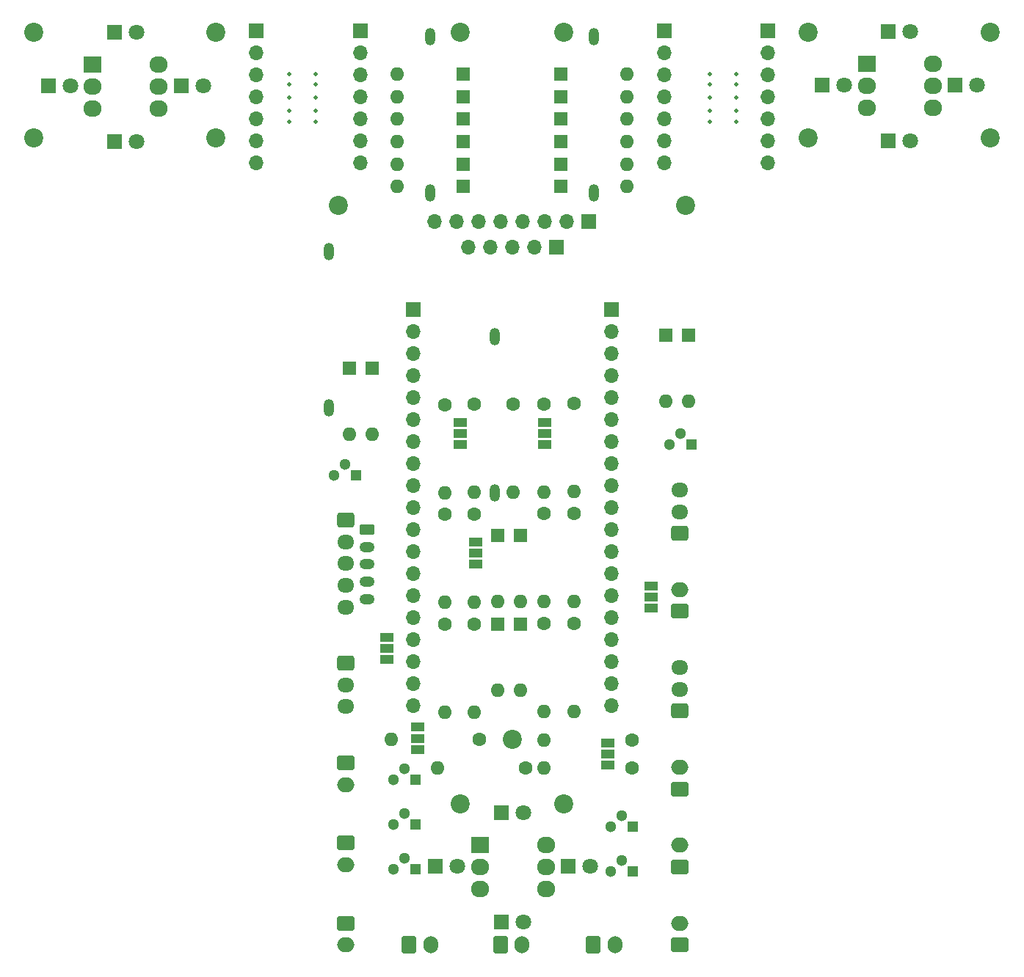
<source format=gts>
%TF.GenerationSoftware,KiCad,Pcbnew,7.0.7*%
%TF.CreationDate,2023-09-25T22:52:37-04:00*%
%TF.ProjectId,Matrix,4d617472-6978-42e6-9b69-6361645f7063,rev?*%
%TF.SameCoordinates,Original*%
%TF.FileFunction,Soldermask,Top*%
%TF.FilePolarity,Negative*%
%FSLAX46Y46*%
G04 Gerber Fmt 4.6, Leading zero omitted, Abs format (unit mm)*
G04 Created by KiCad (PCBNEW 7.0.7) date 2023-09-25 22:52:37*
%MOMM*%
%LPD*%
G01*
G04 APERTURE LIST*
G04 Aperture macros list*
%AMRoundRect*
0 Rectangle with rounded corners*
0 $1 Rounding radius*
0 $2 $3 $4 $5 $6 $7 $8 $9 X,Y pos of 4 corners*
0 Add a 4 corners polygon primitive as box body*
4,1,4,$2,$3,$4,$5,$6,$7,$8,$9,$2,$3,0*
0 Add four circle primitives for the rounded corners*
1,1,$1+$1,$2,$3*
1,1,$1+$1,$4,$5*
1,1,$1+$1,$6,$7*
1,1,$1+$1,$8,$9*
0 Add four rect primitives between the rounded corners*
20,1,$1+$1,$2,$3,$4,$5,0*
20,1,$1+$1,$4,$5,$6,$7,0*
20,1,$1+$1,$6,$7,$8,$9,0*
20,1,$1+$1,$8,$9,$2,$3,0*%
G04 Aperture macros list end*
%ADD10R,1.800000X1.800000*%
%ADD11C,1.800000*%
%ADD12C,2.200000*%
%ADD13R,1.500000X1.000000*%
%ADD14C,0.500000*%
%ADD15R,2.100000X1.900000*%
%ADD16O,2.100000X1.900000*%
%ADD17O,1.200000X2.000000*%
%ADD18R,1.700000X1.700000*%
%ADD19O,1.700000X1.700000*%
%ADD20R,1.600000X1.600000*%
%ADD21O,1.600000X1.600000*%
%ADD22RoundRect,0.250000X0.750000X-0.600000X0.750000X0.600000X-0.750000X0.600000X-0.750000X-0.600000X0*%
%ADD23O,2.000000X1.700000*%
%ADD24RoundRect,0.250000X-0.625000X0.350000X-0.625000X-0.350000X0.625000X-0.350000X0.625000X0.350000X0*%
%ADD25O,1.750000X1.200000*%
%ADD26C,1.600000*%
%ADD27R,1.300000X1.300000*%
%ADD28C,1.300000*%
%ADD29RoundRect,0.250000X-0.600000X-0.750000X0.600000X-0.750000X0.600000X0.750000X-0.600000X0.750000X0*%
%ADD30O,1.700000X2.000000*%
%ADD31RoundRect,0.250000X-0.725000X0.600000X-0.725000X-0.600000X0.725000X-0.600000X0.725000X0.600000X0*%
%ADD32O,1.950000X1.700000*%
%ADD33RoundRect,0.250000X0.725000X-0.600000X0.725000X0.600000X-0.725000X0.600000X-0.725000X-0.600000X0*%
%ADD34RoundRect,0.250000X-0.750000X0.600000X-0.750000X-0.600000X0.750000X-0.600000X0.750000X0.600000X0*%
G04 APERTURE END LIST*
D10*
%TO.C,D5*%
X189004505Y-45112000D03*
D11*
X191544505Y-45112000D03*
%TD*%
D12*
%TO.C,REF\u002A\u002A*%
X151659011Y-134225000D03*
%TD*%
%TO.C,REF\u002A\u002A*%
X90509253Y-57412000D03*
%TD*%
D13*
%TO.C,JP5*%
X149400000Y-92800000D03*
X149400000Y-91500000D03*
X149400000Y-90200000D03*
%TD*%
%TO.C,JP7*%
X131200000Y-117600000D03*
X131200000Y-116300000D03*
X131200000Y-115000000D03*
%TD*%
D12*
%TO.C,REF\u002A\u002A*%
X90509253Y-45212000D03*
%TD*%
D14*
%TO.C,mouse-bite-3mm-slot*%
X119980000Y-55485000D03*
X122980000Y-55485000D03*
X122980000Y-54235000D03*
X119980000Y-54223000D03*
X119980000Y-52735000D03*
X122980000Y-52735000D03*
X119980000Y-51235000D03*
X122980000Y-51235000D03*
X119980000Y-49985000D03*
X122980000Y-49985000D03*
%TD*%
D12*
%TO.C,REF\u002A\u002A*%
X125659011Y-65200000D03*
%TD*%
%TO.C,REF\u002A\u002A*%
X179808770Y-57412000D03*
%TD*%
%TO.C,REF\u002A\u002A*%
X111509253Y-45212000D03*
%TD*%
%TO.C,REF\u002A\u002A*%
X151659011Y-45225000D03*
%TD*%
D15*
%TO.C,SW1*%
X97276753Y-48924500D03*
D16*
X104896753Y-54004500D03*
X97276753Y-54004500D03*
X104896753Y-48924500D03*
X97276753Y-51464500D03*
X104896753Y-51464500D03*
%TD*%
D12*
%TO.C,REF\u002A\u002A*%
X145659011Y-126825000D03*
%TD*%
D17*
%TO.C,SW8*%
X143700000Y-80325000D03*
X143700000Y-98325000D03*
%TD*%
D10*
%TO.C,D11*%
X144384011Y-147850000D03*
D11*
X146924011Y-147850000D03*
%TD*%
D13*
%TO.C,JP1*%
X134800000Y-125400000D03*
X134800000Y-126700000D03*
X134800000Y-128000000D03*
%TD*%
D10*
%TO.C,D2*%
X107520000Y-51387000D03*
D11*
X110060000Y-51387000D03*
%TD*%
D13*
%TO.C,JP6*%
X161690000Y-111690000D03*
X161690000Y-110390000D03*
X161690000Y-109090000D03*
%TD*%
D10*
%TO.C,D6*%
X196755494Y-51312000D03*
D11*
X199295494Y-51312000D03*
%TD*%
D14*
%TO.C,mouse-bite-3mm-slot*%
X168500000Y-55475000D03*
X171500000Y-55475000D03*
X171500000Y-54225000D03*
X168500000Y-54213000D03*
X168500000Y-52725000D03*
X171500000Y-52725000D03*
X168500000Y-51225000D03*
X171500000Y-51225000D03*
X168500000Y-49975000D03*
X171500000Y-49975000D03*
%TD*%
D10*
%TO.C,D10*%
X152135000Y-141450000D03*
D11*
X154675000Y-141450000D03*
%TD*%
D13*
%TO.C,JP4*%
X139700000Y-92800000D03*
X139700000Y-91500000D03*
X139700000Y-90200000D03*
%TD*%
D15*
%TO.C,SW2*%
X186576270Y-48849500D03*
D16*
X194196270Y-53929500D03*
X186576270Y-53929500D03*
X194196270Y-48849500D03*
X186576270Y-51389500D03*
X194196270Y-51389500D03*
%TD*%
D12*
%TO.C,REF\u002A\u002A*%
X139659011Y-45225000D03*
%TD*%
D10*
%TO.C,D1*%
X99769011Y-45187000D03*
D11*
X102309011Y-45187000D03*
%TD*%
D12*
%TO.C,REF\u002A\u002A*%
X179808770Y-45212000D03*
%TD*%
D10*
%TO.C,D3*%
X99769011Y-57787000D03*
D11*
X102309011Y-57787000D03*
%TD*%
D13*
%TO.C,JP3*%
X141500000Y-106600000D03*
X141500000Y-105300000D03*
X141500000Y-104000000D03*
%TD*%
D12*
%TO.C,REF\u002A\u002A*%
X200808770Y-45212000D03*
%TD*%
%TO.C,REF\u002A\u002A*%
X139659011Y-134225000D03*
%TD*%
%TO.C,REF\u002A\u002A*%
X111509253Y-57412000D03*
%TD*%
D10*
%TO.C,D9*%
X144384011Y-135250000D03*
D11*
X146924011Y-135250000D03*
%TD*%
D13*
%TO.C,JP2*%
X156700000Y-129800000D03*
X156700000Y-128500000D03*
X156700000Y-127200000D03*
%TD*%
D15*
%TO.C,SW3*%
X141926511Y-138987500D03*
D16*
X149546511Y-144067500D03*
X141926511Y-144067500D03*
X149546511Y-138987500D03*
X141926511Y-141527500D03*
X149546511Y-141527500D03*
%TD*%
D12*
%TO.C,REF\u002A\u002A*%
X165659011Y-65200000D03*
%TD*%
D17*
%TO.C,SW6*%
X136200000Y-63700000D03*
X136200000Y-45700000D03*
%TD*%
%TO.C,SW5*%
X124500000Y-70500000D03*
X124500000Y-88500000D03*
%TD*%
%TO.C,SW7*%
X155100000Y-63700000D03*
X155100000Y-45700000D03*
%TD*%
D11*
%TO.C,D4*%
X94700000Y-51387000D03*
D10*
X92160000Y-51387000D03*
%TD*%
D11*
%TO.C,D12*%
X139315000Y-141450000D03*
D10*
X136775000Y-141450000D03*
%TD*%
D11*
%TO.C,D8*%
X183935494Y-51312000D03*
D10*
X181395494Y-51312000D03*
%TD*%
%TO.C,D7*%
X189004505Y-57712000D03*
D11*
X191544505Y-57712000D03*
%TD*%
D12*
%TO.C,REF\u002A\u002A*%
X200808770Y-57412000D03*
%TD*%
D18*
%TO.C,J16*%
X154534011Y-67000000D03*
D19*
X151994011Y-67000000D03*
X136754011Y-67000000D03*
X144374011Y-67000000D03*
X141834011Y-67000000D03*
X149454011Y-67000000D03*
X139294011Y-67000000D03*
X146914011Y-67000000D03*
%TD*%
D20*
%TO.C,D21*%
X140000000Y-55200000D03*
D21*
X132380000Y-55200000D03*
%TD*%
D22*
%TO.C,J6*%
X165000000Y-150525000D03*
D23*
X165000000Y-148025000D03*
%TD*%
D24*
%TO.C,J14*%
X128900000Y-102600000D03*
D25*
X128900000Y-104600000D03*
X128900000Y-106600000D03*
X128900000Y-108600000D03*
X128900000Y-110600000D03*
%TD*%
D26*
%TO.C,R7*%
X159500000Y-126925000D03*
D21*
X149340000Y-126925000D03*
%TD*%
D20*
%TO.C,D30*%
X144000000Y-113490000D03*
D21*
X144000000Y-121110000D03*
%TD*%
D18*
%TO.C,J15*%
X150734011Y-70000000D03*
D19*
X148194011Y-70000000D03*
X145654011Y-70000000D03*
X143114011Y-70000000D03*
X140574011Y-70000000D03*
%TD*%
D27*
%TO.C,Q2*%
X159540000Y-142025000D03*
D28*
X158270000Y-140755000D03*
X157000000Y-142025000D03*
%TD*%
D27*
%TO.C,Q7*%
X127670000Y-96295000D03*
D28*
X126400000Y-95025000D03*
X125130000Y-96295000D03*
%TD*%
D26*
%TO.C,R3*%
X149300000Y-100725000D03*
D21*
X149300000Y-110885000D03*
%TD*%
D19*
%TO.C,1*%
X157100000Y-120365000D03*
X157100000Y-117825000D03*
X157100000Y-115285000D03*
X157100000Y-110205000D03*
D18*
X157100000Y-77185000D03*
D19*
X157100000Y-79725000D03*
X157100000Y-107665000D03*
X157100000Y-112745000D03*
X157100000Y-105125000D03*
X157100000Y-122905000D03*
X157100000Y-97505000D03*
X157100000Y-100045000D03*
X157100000Y-102585000D03*
X157100000Y-92425000D03*
X157100000Y-94965000D03*
X157100000Y-87345000D03*
X157100000Y-89885000D03*
X157100000Y-82265000D03*
X157100000Y-84805000D03*
%TD*%
D29*
%TO.C,J9*%
X133784011Y-150525000D03*
D30*
X136284011Y-150525000D03*
%TD*%
D20*
%TO.C,D13*%
X151280000Y-50000000D03*
D21*
X158900000Y-50000000D03*
%TD*%
D20*
%TO.C,D19*%
X140000000Y-50000000D03*
D21*
X132380000Y-50000000D03*
%TD*%
D20*
%TO.C,D18*%
X151300000Y-63000000D03*
D21*
X158920000Y-63000000D03*
%TD*%
D26*
%TO.C,R5*%
X149300000Y-113445000D03*
D21*
X149300000Y-123605000D03*
%TD*%
D22*
%TO.C,J2*%
X165000000Y-112025000D03*
D23*
X165000000Y-109525000D03*
%TD*%
D18*
%TO.C,DIAL 2*%
X163189011Y-45000000D03*
D19*
X163189011Y-47540000D03*
X163189011Y-50080000D03*
X163189011Y-52620000D03*
X163189011Y-55160000D03*
X163189011Y-57700000D03*
X163189011Y-60240000D03*
%TD*%
D31*
%TO.C,J14*%
X126500000Y-101525000D03*
D32*
X126500000Y-104025000D03*
X126500000Y-106525000D03*
X126500000Y-109025000D03*
X126500000Y-111525000D03*
%TD*%
D27*
%TO.C,Q1*%
X159540000Y-136885000D03*
D28*
X158270000Y-135615000D03*
X157000000Y-136885000D03*
%TD*%
D26*
%TO.C,R1*%
X149300000Y-88125000D03*
D21*
X149300000Y-98285000D03*
%TD*%
D26*
%TO.C,R4*%
X152800000Y-100765000D03*
D21*
X152800000Y-110925000D03*
%TD*%
D27*
%TO.C,Q6*%
X166370000Y-92795000D03*
D28*
X165100000Y-91525000D03*
X163830000Y-92795000D03*
%TD*%
D20*
%TO.C,D32*%
X144000000Y-103300000D03*
D21*
X144000000Y-110920000D03*
%TD*%
D27*
%TO.C,Q3*%
X134500000Y-131425000D03*
D28*
X133230000Y-130155000D03*
X131960000Y-131425000D03*
%TD*%
D33*
%TO.C,J1*%
X165000000Y-103025000D03*
D32*
X165000000Y-100525000D03*
X165000000Y-98025000D03*
%TD*%
D26*
%TO.C,R13*%
X141300000Y-100825000D03*
D21*
X141300000Y-110985000D03*
%TD*%
D26*
%TO.C,R12*%
X137900000Y-113525000D03*
D21*
X137900000Y-123685000D03*
%TD*%
D20*
%TO.C,D14*%
X151280000Y-52600000D03*
D21*
X158900000Y-52600000D03*
%TD*%
D26*
%TO.C,R6*%
X152800000Y-113425000D03*
D21*
X152800000Y-123585000D03*
%TD*%
D26*
%TO.C,R11*%
X141300000Y-113525000D03*
D21*
X141300000Y-123685000D03*
%TD*%
D26*
%TO.C,R15*%
X141300000Y-88145000D03*
D21*
X141300000Y-98305000D03*
%TD*%
D20*
%TO.C,D16*%
X151280000Y-57800000D03*
D21*
X158900000Y-57800000D03*
%TD*%
D22*
%TO.C,J5*%
X165000000Y-141525000D03*
D23*
X165000000Y-139025000D03*
%TD*%
D26*
%TO.C,R10*%
X147200000Y-130125000D03*
D21*
X137040000Y-130125000D03*
%TD*%
D20*
%TO.C,D23*%
X140000000Y-60400000D03*
D21*
X132380000Y-60400000D03*
%TD*%
D34*
%TO.C,J12*%
X126500000Y-129525000D03*
D23*
X126500000Y-132025000D03*
%TD*%
D26*
%TO.C,R9*%
X141900000Y-126825000D03*
D21*
X131740000Y-126825000D03*
%TD*%
D20*
%TO.C,D17*%
X151280000Y-60400000D03*
D21*
X158900000Y-60400000D03*
%TD*%
D29*
%TO.C,J7*%
X155034011Y-150550000D03*
D30*
X157534011Y-150550000D03*
%TD*%
D20*
%TO.C,D26*%
X163400000Y-80125000D03*
D21*
X163400000Y-87745000D03*
%TD*%
D20*
%TO.C,D28*%
X126900000Y-83925000D03*
D21*
X126900000Y-91545000D03*
%TD*%
D26*
%TO.C,R17*%
X145800000Y-88145000D03*
D21*
X145800000Y-98305000D03*
%TD*%
D26*
%TO.C,R14*%
X137900000Y-100825000D03*
D21*
X137900000Y-110985000D03*
%TD*%
D19*
%TO.C,20*%
X134250000Y-122905000D03*
X134250000Y-120365000D03*
X134250000Y-117825000D03*
X134250000Y-110205000D03*
X134250000Y-84805000D03*
D18*
X134250000Y-77185000D03*
D19*
X134250000Y-115285000D03*
X134250000Y-87345000D03*
X134250000Y-107665000D03*
X134250000Y-100045000D03*
X134250000Y-92425000D03*
X134250000Y-112745000D03*
X134250000Y-105125000D03*
X134250000Y-102585000D03*
X134250000Y-97505000D03*
X134250000Y-94965000D03*
X134250000Y-89885000D03*
X134250000Y-82265000D03*
X134250000Y-79725000D03*
%TD*%
D31*
%TO.C,J13*%
X126500000Y-118025000D03*
D32*
X126500000Y-120525000D03*
X126500000Y-123025000D03*
%TD*%
D18*
%TO.C,DIAL 1*%
X116159011Y-45010000D03*
D19*
X116159011Y-47550000D03*
X116159011Y-50090000D03*
X116159011Y-52630000D03*
X116159011Y-55170000D03*
X116159011Y-57710000D03*
X116159011Y-60250000D03*
%TD*%
D22*
%TO.C,J4*%
X165000000Y-132525000D03*
D23*
X165000000Y-130025000D03*
%TD*%
D20*
%TO.C,D15*%
X151280000Y-55200000D03*
D21*
X158900000Y-55200000D03*
%TD*%
D26*
%TO.C,R2*%
X152800000Y-88065000D03*
D21*
X152800000Y-98225000D03*
%TD*%
D27*
%TO.C,Q5*%
X134500000Y-136625000D03*
D28*
X133230000Y-135355000D03*
X131960000Y-136625000D03*
%TD*%
D20*
%TO.C,D31*%
X146600000Y-103300000D03*
D21*
X146600000Y-110920000D03*
%TD*%
D18*
%TO.C,DIAL 1*%
X128129011Y-45010000D03*
D19*
X128129011Y-47550000D03*
X128129011Y-50090000D03*
X128129011Y-52630000D03*
X128129011Y-55170000D03*
X128129011Y-57710000D03*
X128129011Y-60250000D03*
%TD*%
D20*
%TO.C,D25*%
X166000000Y-80125000D03*
D21*
X166000000Y-87745000D03*
%TD*%
D18*
%TO.C,DIAL 2*%
X175159011Y-45000000D03*
D19*
X175159011Y-47540000D03*
X175159011Y-50080000D03*
X175159011Y-52620000D03*
X175159011Y-55160000D03*
X175159011Y-57700000D03*
X175159011Y-60240000D03*
%TD*%
D26*
%TO.C,R16*%
X137900000Y-88165000D03*
D21*
X137900000Y-98325000D03*
%TD*%
D33*
%TO.C,J3*%
X165000000Y-123525000D03*
D32*
X165000000Y-121025000D03*
X165000000Y-118525000D03*
%TD*%
D20*
%TO.C,D20*%
X140000000Y-52600000D03*
D21*
X132380000Y-52600000D03*
%TD*%
D26*
%TO.C,R8*%
X159500000Y-130125000D03*
D21*
X149340000Y-130125000D03*
%TD*%
D20*
%TO.C,D24*%
X140000000Y-63000000D03*
D21*
X132380000Y-63000000D03*
%TD*%
D29*
%TO.C,J8*%
X144330000Y-150537500D03*
D30*
X146830000Y-150537500D03*
%TD*%
D34*
%TO.C,J11*%
X126475000Y-138775000D03*
D23*
X126475000Y-141275000D03*
%TD*%
D20*
%TO.C,D22*%
X140000000Y-57800000D03*
D21*
X132380000Y-57800000D03*
%TD*%
D20*
%TO.C,D27*%
X129500000Y-83925000D03*
D21*
X129500000Y-91545000D03*
%TD*%
D20*
%TO.C,D29*%
X146600000Y-113490000D03*
D21*
X146600000Y-121110000D03*
%TD*%
D27*
%TO.C,Q4*%
X134500000Y-141795000D03*
D28*
X133230000Y-140525000D03*
X131960000Y-141795000D03*
%TD*%
D34*
%TO.C,J10*%
X126475000Y-148025000D03*
D23*
X126475000Y-150525000D03*
%TD*%
M02*

</source>
